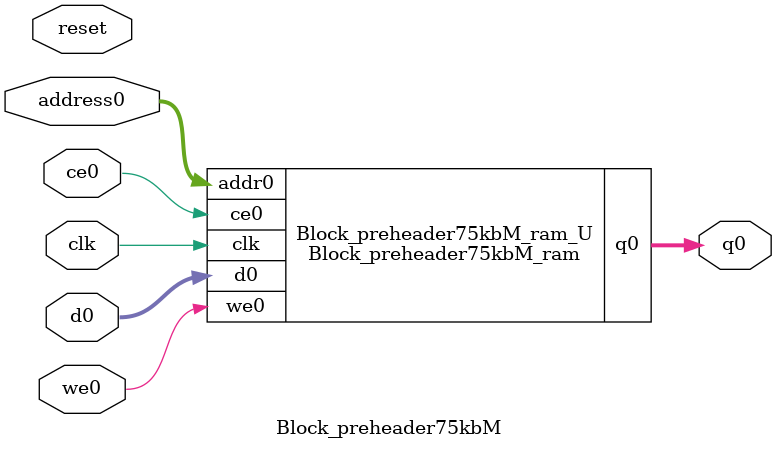
<source format=v>
`timescale 1 ns / 1 ps
module Block_preheader75kbM_ram (addr0, ce0, d0, we0, q0,  clk);

parameter DWIDTH = 4;
parameter AWIDTH = 14;
parameter MEM_SIZE = 13284;

input[AWIDTH-1:0] addr0;
input ce0;
input[DWIDTH-1:0] d0;
input we0;
output reg[DWIDTH-1:0] q0;
input clk;

(* ram_style = "block" *)reg [DWIDTH-1:0] ram[0:MEM_SIZE-1];




always @(posedge clk)  
begin 
    if (ce0) begin
        if (we0) 
            ram[addr0] <= d0; 
        q0 <= ram[addr0];
    end
end


endmodule

`timescale 1 ns / 1 ps
module Block_preheader75kbM(
    reset,
    clk,
    address0,
    ce0,
    we0,
    d0,
    q0);

parameter DataWidth = 32'd4;
parameter AddressRange = 32'd13284;
parameter AddressWidth = 32'd14;
input reset;
input clk;
input[AddressWidth - 1:0] address0;
input ce0;
input we0;
input[DataWidth - 1:0] d0;
output[DataWidth - 1:0] q0;



Block_preheader75kbM_ram Block_preheader75kbM_ram_U(
    .clk( clk ),
    .addr0( address0 ),
    .ce0( ce0 ),
    .we0( we0 ),
    .d0( d0 ),
    .q0( q0 ));

endmodule


</source>
